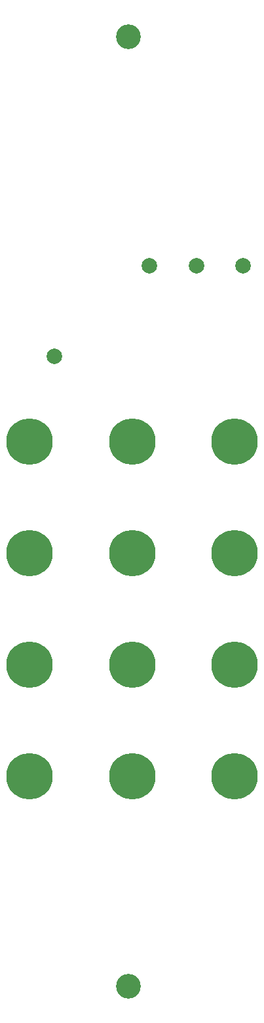
<source format=gbr>
%TF.GenerationSoftware,KiCad,Pcbnew,(6.0.6)*%
%TF.CreationDate,2022-11-26T15:14:55+01:00*%
%TF.ProjectId,vcer-midi-to-cv,76636572-2d6d-4696-9469-2d746f2d6376,rev?*%
%TF.SameCoordinates,Original*%
%TF.FileFunction,Soldermask,Top*%
%TF.FilePolarity,Negative*%
%FSLAX46Y46*%
G04 Gerber Fmt 4.6, Leading zero omitted, Abs format (unit mm)*
G04 Created by KiCad (PCBNEW (6.0.6)) date 2022-11-26 15:14:55*
%MOMM*%
%LPD*%
G01*
G04 APERTURE LIST*
%ADD10C,6.000000*%
%ADD11C,2.000000*%
%ADD12C,3.200000*%
G04 APERTURE END LIST*
D10*
%TO.C,REF\u002A\u002A*%
X-44994086Y-40950000D03*
%TD*%
%TO.C,REF\u002A\u002A*%
X-58254028Y-55350000D03*
%TD*%
D11*
%TO.C,REF\u002A\u002A*%
X-55019086Y-29975000D03*
%TD*%
D10*
%TO.C,REF\u002A\u002A*%
X-31744086Y-69750000D03*
%TD*%
%TO.C,REF\u002A\u002A*%
X-31744086Y-40950000D03*
%TD*%
%TO.C,REF\u002A\u002A*%
X-44994086Y-69750000D03*
%TD*%
%TO.C,REF\u002A\u002A*%
X-31744086Y-55350000D03*
%TD*%
D11*
%TO.C,REF\u002A\u002A*%
X-36669086Y-18300000D03*
%TD*%
%TO.C,REF\u002A\u002A*%
X-30669086Y-18300000D03*
%TD*%
D10*
%TO.C,REF\u002A\u002A*%
X-45004028Y-84150000D03*
%TD*%
%TO.C,REF\u002A\u002A*%
X-58254028Y-84150000D03*
%TD*%
D11*
%TO.C,REF\u002A\u002A*%
X-42769086Y-18300000D03*
%TD*%
D12*
%TO.C,REF\u002A\u002A*%
X-45444086Y-111250000D03*
X-45444086Y11250000D03*
%TD*%
D10*
%TO.C,REF\u002A\u002A*%
X-31744086Y-84125000D03*
%TD*%
%TO.C,REF\u002A\u002A*%
X-58244086Y-40950000D03*
%TD*%
%TO.C,REF\u002A\u002A*%
X-58244086Y-69750000D03*
%TD*%
%TO.C,REF\u002A\u002A*%
X-44994086Y-55350000D03*
%TD*%
M02*

</source>
